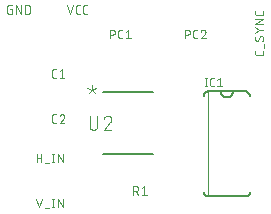
<source format=gto>
G04 EAGLE Gerber RS-274X export*
G75*
%MOMM*%
%FSLAX34Y34*%
%LPD*%
%INTop Silkscreen*%
%IPPOS*%
%AMOC8*
5,1,8,0,0,1.08239X$1,22.5*%
G01*
%ADD10C,0.076200*%
%ADD11C,0.152400*%
%ADD12C,0.050800*%


D10*
X43481Y119253D02*
X41845Y119253D01*
X41767Y119255D01*
X41689Y119260D01*
X41612Y119270D01*
X41535Y119283D01*
X41459Y119299D01*
X41384Y119319D01*
X41310Y119343D01*
X41237Y119370D01*
X41165Y119401D01*
X41095Y119435D01*
X41027Y119472D01*
X40960Y119513D01*
X40895Y119557D01*
X40833Y119603D01*
X40773Y119653D01*
X40715Y119705D01*
X40660Y119760D01*
X40608Y119818D01*
X40558Y119878D01*
X40512Y119940D01*
X40468Y120005D01*
X40427Y120072D01*
X40390Y120140D01*
X40356Y120210D01*
X40325Y120282D01*
X40298Y120355D01*
X40274Y120429D01*
X40254Y120504D01*
X40238Y120580D01*
X40225Y120657D01*
X40215Y120734D01*
X40210Y120812D01*
X40208Y120890D01*
X40208Y124982D01*
X40210Y125062D01*
X40216Y125142D01*
X40226Y125222D01*
X40239Y125301D01*
X40257Y125380D01*
X40278Y125457D01*
X40304Y125533D01*
X40333Y125608D01*
X40365Y125682D01*
X40401Y125754D01*
X40441Y125824D01*
X40484Y125891D01*
X40530Y125957D01*
X40580Y126020D01*
X40632Y126081D01*
X40687Y126140D01*
X40746Y126195D01*
X40806Y126247D01*
X40870Y126297D01*
X40936Y126343D01*
X41003Y126386D01*
X41073Y126426D01*
X41145Y126462D01*
X41219Y126494D01*
X41293Y126523D01*
X41370Y126549D01*
X41447Y126570D01*
X41526Y126588D01*
X41605Y126601D01*
X41685Y126611D01*
X41765Y126617D01*
X41845Y126619D01*
X43481Y126619D01*
X46327Y124982D02*
X48373Y126619D01*
X48373Y119253D01*
X46327Y119253D02*
X50419Y119253D01*
X43481Y81153D02*
X41845Y81153D01*
X41767Y81155D01*
X41689Y81160D01*
X41612Y81170D01*
X41535Y81183D01*
X41459Y81199D01*
X41384Y81219D01*
X41310Y81243D01*
X41237Y81270D01*
X41165Y81301D01*
X41095Y81335D01*
X41027Y81372D01*
X40960Y81413D01*
X40895Y81457D01*
X40833Y81503D01*
X40773Y81553D01*
X40715Y81605D01*
X40660Y81660D01*
X40608Y81718D01*
X40558Y81778D01*
X40512Y81840D01*
X40468Y81905D01*
X40427Y81972D01*
X40390Y82040D01*
X40356Y82110D01*
X40325Y82182D01*
X40298Y82255D01*
X40274Y82329D01*
X40254Y82404D01*
X40238Y82480D01*
X40225Y82557D01*
X40215Y82634D01*
X40210Y82712D01*
X40208Y82790D01*
X40208Y86882D01*
X40210Y86962D01*
X40216Y87042D01*
X40226Y87122D01*
X40239Y87201D01*
X40257Y87280D01*
X40278Y87357D01*
X40304Y87433D01*
X40333Y87508D01*
X40365Y87582D01*
X40401Y87654D01*
X40441Y87724D01*
X40484Y87791D01*
X40530Y87857D01*
X40580Y87920D01*
X40632Y87981D01*
X40687Y88040D01*
X40746Y88095D01*
X40806Y88147D01*
X40870Y88197D01*
X40936Y88243D01*
X41003Y88286D01*
X41073Y88326D01*
X41145Y88362D01*
X41219Y88394D01*
X41293Y88423D01*
X41370Y88449D01*
X41447Y88470D01*
X41526Y88488D01*
X41605Y88501D01*
X41685Y88511D01*
X41765Y88517D01*
X41845Y88519D01*
X43481Y88519D01*
X48578Y88520D02*
X48663Y88518D01*
X48748Y88512D01*
X48832Y88502D01*
X48916Y88489D01*
X49000Y88471D01*
X49082Y88450D01*
X49163Y88425D01*
X49243Y88396D01*
X49322Y88363D01*
X49399Y88327D01*
X49474Y88287D01*
X49548Y88244D01*
X49619Y88198D01*
X49688Y88148D01*
X49755Y88095D01*
X49819Y88039D01*
X49880Y87980D01*
X49939Y87919D01*
X49995Y87855D01*
X50048Y87788D01*
X50098Y87719D01*
X50144Y87648D01*
X50187Y87574D01*
X50227Y87499D01*
X50263Y87422D01*
X50296Y87343D01*
X50325Y87263D01*
X50350Y87182D01*
X50371Y87100D01*
X50389Y87016D01*
X50402Y86932D01*
X50412Y86848D01*
X50418Y86763D01*
X50420Y86678D01*
X48578Y88519D02*
X48482Y88517D01*
X48386Y88511D01*
X48291Y88501D01*
X48196Y88488D01*
X48101Y88470D01*
X48008Y88449D01*
X47915Y88424D01*
X47824Y88395D01*
X47733Y88363D01*
X47644Y88327D01*
X47557Y88287D01*
X47471Y88244D01*
X47387Y88198D01*
X47305Y88148D01*
X47225Y88094D01*
X47148Y88038D01*
X47073Y87978D01*
X47000Y87916D01*
X46930Y87850D01*
X46862Y87782D01*
X46797Y87711D01*
X46736Y87638D01*
X46677Y87562D01*
X46621Y87483D01*
X46569Y87403D01*
X46520Y87320D01*
X46474Y87236D01*
X46432Y87150D01*
X46394Y87062D01*
X46359Y86973D01*
X46327Y86882D01*
X49805Y85246D02*
X49865Y85305D01*
X49922Y85367D01*
X49977Y85431D01*
X50028Y85498D01*
X50077Y85567D01*
X50123Y85637D01*
X50166Y85710D01*
X50206Y85784D01*
X50242Y85860D01*
X50275Y85938D01*
X50305Y86017D01*
X50332Y86097D01*
X50355Y86178D01*
X50374Y86260D01*
X50390Y86342D01*
X50403Y86426D01*
X50412Y86510D01*
X50417Y86594D01*
X50419Y86678D01*
X49805Y85245D02*
X46327Y81153D01*
X50419Y81153D01*
X218947Y140489D02*
X218947Y142125D01*
X218947Y140489D02*
X218945Y140411D01*
X218940Y140333D01*
X218930Y140256D01*
X218917Y140179D01*
X218901Y140103D01*
X218881Y140028D01*
X218857Y139954D01*
X218830Y139881D01*
X218799Y139809D01*
X218765Y139739D01*
X218728Y139671D01*
X218687Y139604D01*
X218643Y139539D01*
X218597Y139477D01*
X218547Y139417D01*
X218495Y139359D01*
X218440Y139304D01*
X218382Y139252D01*
X218322Y139202D01*
X218260Y139156D01*
X218195Y139112D01*
X218129Y139071D01*
X218060Y139034D01*
X217990Y139000D01*
X217918Y138969D01*
X217845Y138942D01*
X217771Y138918D01*
X217696Y138898D01*
X217620Y138882D01*
X217543Y138869D01*
X217466Y138859D01*
X217388Y138854D01*
X217310Y138852D01*
X213218Y138852D01*
X213138Y138854D01*
X213058Y138860D01*
X212978Y138870D01*
X212899Y138883D01*
X212820Y138901D01*
X212743Y138922D01*
X212667Y138948D01*
X212592Y138977D01*
X212518Y139009D01*
X212446Y139045D01*
X212376Y139085D01*
X212309Y139128D01*
X212243Y139174D01*
X212180Y139224D01*
X212119Y139276D01*
X212060Y139331D01*
X212005Y139390D01*
X211953Y139450D01*
X211903Y139514D01*
X211857Y139579D01*
X211814Y139647D01*
X211774Y139717D01*
X211738Y139789D01*
X211706Y139863D01*
X211677Y139937D01*
X211652Y140014D01*
X211630Y140091D01*
X211612Y140170D01*
X211599Y140249D01*
X211589Y140328D01*
X211583Y140409D01*
X211581Y140489D01*
X211581Y142125D01*
X219765Y144648D02*
X219765Y147922D01*
X218947Y153034D02*
X218945Y153112D01*
X218940Y153190D01*
X218930Y153267D01*
X218917Y153344D01*
X218901Y153420D01*
X218881Y153495D01*
X218857Y153569D01*
X218830Y153642D01*
X218799Y153714D01*
X218765Y153784D01*
X218728Y153853D01*
X218687Y153919D01*
X218643Y153984D01*
X218597Y154046D01*
X218547Y154106D01*
X218495Y154164D01*
X218440Y154219D01*
X218382Y154271D01*
X218322Y154321D01*
X218260Y154367D01*
X218195Y154411D01*
X218129Y154452D01*
X218060Y154489D01*
X217990Y154523D01*
X217918Y154554D01*
X217845Y154581D01*
X217771Y154605D01*
X217696Y154625D01*
X217620Y154641D01*
X217543Y154654D01*
X217466Y154664D01*
X217388Y154669D01*
X217310Y154671D01*
X218947Y153034D02*
X218945Y152920D01*
X218940Y152807D01*
X218930Y152693D01*
X218917Y152580D01*
X218900Y152468D01*
X218880Y152356D01*
X218856Y152245D01*
X218828Y152134D01*
X218797Y152025D01*
X218762Y151917D01*
X218723Y151810D01*
X218681Y151704D01*
X218636Y151600D01*
X218587Y151497D01*
X218534Y151396D01*
X218479Y151297D01*
X218420Y151199D01*
X218358Y151104D01*
X218293Y151011D01*
X218225Y150919D01*
X218154Y150831D01*
X218080Y150744D01*
X218003Y150660D01*
X217924Y150579D01*
X213218Y150783D02*
X213140Y150785D01*
X213062Y150790D01*
X212985Y150800D01*
X212908Y150813D01*
X212832Y150829D01*
X212757Y150849D01*
X212683Y150873D01*
X212610Y150900D01*
X212538Y150931D01*
X212468Y150965D01*
X212400Y151002D01*
X212333Y151043D01*
X212268Y151087D01*
X212206Y151133D01*
X212146Y151183D01*
X212088Y151235D01*
X212033Y151290D01*
X211981Y151348D01*
X211931Y151408D01*
X211885Y151470D01*
X211841Y151535D01*
X211800Y151602D01*
X211763Y151670D01*
X211729Y151740D01*
X211698Y151812D01*
X211671Y151885D01*
X211647Y151959D01*
X211627Y152034D01*
X211611Y152110D01*
X211598Y152187D01*
X211588Y152264D01*
X211583Y152342D01*
X211581Y152420D01*
X211583Y152530D01*
X211589Y152639D01*
X211599Y152749D01*
X211612Y152857D01*
X211630Y152966D01*
X211651Y153073D01*
X211677Y153180D01*
X211706Y153286D01*
X211738Y153391D01*
X211775Y153494D01*
X211815Y153596D01*
X211859Y153697D01*
X211907Y153796D01*
X211957Y153893D01*
X212012Y153988D01*
X212070Y154081D01*
X212131Y154172D01*
X212195Y154261D01*
X214650Y151602D02*
X214608Y151536D01*
X214564Y151471D01*
X214516Y151409D01*
X214466Y151349D01*
X214413Y151291D01*
X214357Y151236D01*
X214299Y151183D01*
X214238Y151134D01*
X214175Y151087D01*
X214110Y151043D01*
X214043Y151003D01*
X213974Y150966D01*
X213903Y150932D01*
X213831Y150901D01*
X213757Y150874D01*
X213682Y150850D01*
X213607Y150830D01*
X213530Y150814D01*
X213453Y150801D01*
X213375Y150791D01*
X213296Y150786D01*
X213218Y150784D01*
X215877Y153853D02*
X215919Y153920D01*
X215963Y153985D01*
X216011Y154047D01*
X216061Y154107D01*
X216114Y154165D01*
X216170Y154220D01*
X216229Y154272D01*
X216289Y154322D01*
X216353Y154369D01*
X216418Y154412D01*
X216485Y154453D01*
X216554Y154490D01*
X216625Y154524D01*
X216697Y154555D01*
X216771Y154582D01*
X216845Y154606D01*
X216921Y154626D01*
X216998Y154642D01*
X217075Y154655D01*
X217153Y154665D01*
X217232Y154670D01*
X217310Y154672D01*
X215878Y153853D02*
X214650Y151602D01*
X211581Y157241D02*
X215059Y159696D01*
X211581Y162152D01*
X215059Y159696D02*
X218947Y159696D01*
X218947Y165209D02*
X211581Y165209D01*
X218947Y169302D01*
X211581Y169302D01*
X218947Y174382D02*
X218947Y176019D01*
X218947Y174382D02*
X218945Y174304D01*
X218940Y174226D01*
X218930Y174149D01*
X218917Y174072D01*
X218901Y173996D01*
X218881Y173921D01*
X218857Y173847D01*
X218830Y173774D01*
X218799Y173702D01*
X218765Y173632D01*
X218728Y173564D01*
X218687Y173497D01*
X218643Y173432D01*
X218597Y173370D01*
X218547Y173310D01*
X218495Y173252D01*
X218440Y173197D01*
X218382Y173145D01*
X218322Y173095D01*
X218260Y173049D01*
X218195Y173005D01*
X218129Y172964D01*
X218060Y172927D01*
X217990Y172893D01*
X217918Y172862D01*
X217845Y172835D01*
X217771Y172811D01*
X217696Y172791D01*
X217620Y172775D01*
X217543Y172762D01*
X217466Y172752D01*
X217388Y172747D01*
X217310Y172745D01*
X213218Y172745D01*
X213138Y172747D01*
X213058Y172753D01*
X212978Y172763D01*
X212899Y172776D01*
X212820Y172794D01*
X212743Y172815D01*
X212667Y172841D01*
X212592Y172870D01*
X212518Y172902D01*
X212446Y172938D01*
X212376Y172978D01*
X212309Y173021D01*
X212243Y173067D01*
X212180Y173117D01*
X212119Y173169D01*
X212060Y173224D01*
X212005Y173283D01*
X211953Y173343D01*
X211903Y173407D01*
X211857Y173472D01*
X211814Y173540D01*
X211774Y173610D01*
X211738Y173682D01*
X211706Y173756D01*
X211677Y173830D01*
X211652Y173907D01*
X211630Y173984D01*
X211612Y174063D01*
X211599Y174142D01*
X211589Y174221D01*
X211583Y174302D01*
X211581Y174382D01*
X211581Y176019D01*
X5873Y177573D02*
X4646Y177573D01*
X5873Y177573D02*
X5873Y173481D01*
X3418Y173481D01*
X3340Y173483D01*
X3262Y173488D01*
X3185Y173498D01*
X3108Y173511D01*
X3032Y173527D01*
X2957Y173547D01*
X2883Y173571D01*
X2810Y173598D01*
X2738Y173629D01*
X2668Y173663D01*
X2599Y173700D01*
X2533Y173741D01*
X2468Y173785D01*
X2406Y173831D01*
X2346Y173881D01*
X2288Y173933D01*
X2233Y173988D01*
X2181Y174046D01*
X2131Y174106D01*
X2085Y174168D01*
X2041Y174233D01*
X2000Y174300D01*
X1963Y174368D01*
X1929Y174438D01*
X1898Y174510D01*
X1871Y174583D01*
X1847Y174657D01*
X1827Y174732D01*
X1811Y174808D01*
X1798Y174885D01*
X1788Y174962D01*
X1783Y175040D01*
X1781Y175118D01*
X1781Y179210D01*
X1783Y179290D01*
X1789Y179370D01*
X1799Y179450D01*
X1812Y179529D01*
X1830Y179608D01*
X1851Y179685D01*
X1877Y179761D01*
X1906Y179836D01*
X1938Y179910D01*
X1974Y179982D01*
X2014Y180052D01*
X2057Y180119D01*
X2103Y180185D01*
X2153Y180248D01*
X2205Y180309D01*
X2260Y180368D01*
X2319Y180423D01*
X2379Y180475D01*
X2443Y180525D01*
X2509Y180571D01*
X2576Y180614D01*
X2646Y180654D01*
X2718Y180690D01*
X2792Y180722D01*
X2866Y180751D01*
X2943Y180777D01*
X3020Y180798D01*
X3099Y180816D01*
X3178Y180829D01*
X3258Y180839D01*
X3338Y180845D01*
X3418Y180847D01*
X5873Y180847D01*
X9584Y180847D02*
X9584Y173481D01*
X13676Y173481D02*
X9584Y180847D01*
X13676Y180847D02*
X13676Y173481D01*
X17387Y173481D02*
X17387Y180847D01*
X19433Y180847D01*
X19522Y180845D01*
X19611Y180839D01*
X19700Y180829D01*
X19788Y180816D01*
X19876Y180799D01*
X19963Y180777D01*
X20048Y180752D01*
X20133Y180724D01*
X20216Y180691D01*
X20298Y180655D01*
X20378Y180616D01*
X20456Y180573D01*
X20532Y180527D01*
X20607Y180477D01*
X20679Y180424D01*
X20748Y180368D01*
X20815Y180309D01*
X20880Y180248D01*
X20941Y180183D01*
X21000Y180116D01*
X21056Y180047D01*
X21109Y179975D01*
X21159Y179900D01*
X21205Y179824D01*
X21248Y179746D01*
X21287Y179666D01*
X21323Y179584D01*
X21356Y179501D01*
X21384Y179416D01*
X21409Y179331D01*
X21431Y179244D01*
X21448Y179156D01*
X21461Y179068D01*
X21471Y178979D01*
X21477Y178890D01*
X21479Y178801D01*
X21479Y175527D01*
X21477Y175438D01*
X21471Y175349D01*
X21461Y175260D01*
X21448Y175172D01*
X21431Y175084D01*
X21409Y174997D01*
X21384Y174912D01*
X21356Y174827D01*
X21323Y174744D01*
X21287Y174662D01*
X21248Y174582D01*
X21205Y174504D01*
X21159Y174428D01*
X21109Y174353D01*
X21056Y174281D01*
X21000Y174212D01*
X20941Y174145D01*
X20880Y174080D01*
X20815Y174019D01*
X20748Y173960D01*
X20679Y173904D01*
X20607Y173851D01*
X20532Y173801D01*
X20456Y173755D01*
X20378Y173712D01*
X20298Y173673D01*
X20216Y173637D01*
X20133Y173604D01*
X20048Y173576D01*
X19963Y173551D01*
X19876Y173529D01*
X19788Y173512D01*
X19700Y173499D01*
X19611Y173489D01*
X19522Y173483D01*
X19433Y173481D01*
X17387Y173481D01*
X26883Y55119D02*
X26883Y47753D01*
X26883Y51845D02*
X30975Y51845D01*
X30975Y55119D02*
X30975Y47753D01*
X34119Y46935D02*
X37393Y46935D01*
X40877Y47753D02*
X40877Y55119D01*
X40058Y47753D02*
X41695Y47753D01*
X41695Y55119D02*
X40058Y55119D01*
X44927Y55119D02*
X44927Y47753D01*
X49019Y47753D02*
X44927Y55119D01*
X49019Y55119D02*
X49019Y47753D01*
D11*
X168402Y22860D02*
X168404Y22738D01*
X168410Y22616D01*
X168420Y22494D01*
X168433Y22373D01*
X168451Y22252D01*
X168472Y22132D01*
X168498Y22012D01*
X168527Y21894D01*
X168559Y21776D01*
X168596Y21659D01*
X168636Y21544D01*
X168680Y21430D01*
X168728Y21318D01*
X168779Y21207D01*
X168834Y21098D01*
X168892Y20990D01*
X168954Y20885D01*
X169019Y20782D01*
X169087Y20680D01*
X169159Y20581D01*
X169233Y20485D01*
X169311Y20390D01*
X169392Y20299D01*
X169475Y20209D01*
X169561Y20123D01*
X169651Y20040D01*
X169742Y19959D01*
X169837Y19881D01*
X169933Y19807D01*
X170032Y19735D01*
X170134Y19667D01*
X170237Y19602D01*
X170342Y19540D01*
X170450Y19482D01*
X170559Y19427D01*
X170670Y19376D01*
X170782Y19328D01*
X170896Y19284D01*
X171011Y19244D01*
X171128Y19207D01*
X171246Y19175D01*
X171364Y19146D01*
X171484Y19120D01*
X171604Y19099D01*
X171725Y19081D01*
X171846Y19068D01*
X171968Y19058D01*
X172090Y19052D01*
X172212Y19050D01*
X207518Y104140D02*
X207516Y104262D01*
X207510Y104384D01*
X207500Y104506D01*
X207487Y104627D01*
X207469Y104748D01*
X207448Y104868D01*
X207422Y104988D01*
X207393Y105106D01*
X207361Y105224D01*
X207324Y105341D01*
X207284Y105456D01*
X207240Y105570D01*
X207192Y105682D01*
X207141Y105793D01*
X207086Y105902D01*
X207028Y106010D01*
X206966Y106115D01*
X206901Y106218D01*
X206833Y106320D01*
X206761Y106419D01*
X206687Y106515D01*
X206609Y106610D01*
X206528Y106701D01*
X206445Y106791D01*
X206359Y106877D01*
X206269Y106960D01*
X206178Y107041D01*
X206083Y107119D01*
X205987Y107193D01*
X205888Y107265D01*
X205786Y107333D01*
X205683Y107398D01*
X205578Y107460D01*
X205470Y107518D01*
X205361Y107573D01*
X205250Y107624D01*
X205138Y107672D01*
X205024Y107716D01*
X204909Y107756D01*
X204792Y107793D01*
X204674Y107825D01*
X204556Y107854D01*
X204436Y107880D01*
X204316Y107901D01*
X204195Y107919D01*
X204074Y107932D01*
X203952Y107942D01*
X203830Y107948D01*
X203708Y107950D01*
X207518Y22860D02*
X207516Y22738D01*
X207510Y22616D01*
X207500Y22494D01*
X207487Y22373D01*
X207469Y22252D01*
X207448Y22132D01*
X207422Y22012D01*
X207393Y21894D01*
X207361Y21776D01*
X207324Y21659D01*
X207284Y21544D01*
X207240Y21430D01*
X207192Y21318D01*
X207141Y21207D01*
X207086Y21098D01*
X207028Y20990D01*
X206966Y20885D01*
X206901Y20782D01*
X206833Y20680D01*
X206761Y20581D01*
X206687Y20485D01*
X206609Y20390D01*
X206528Y20299D01*
X206445Y20209D01*
X206359Y20123D01*
X206269Y20040D01*
X206178Y19959D01*
X206083Y19881D01*
X205987Y19807D01*
X205888Y19735D01*
X205786Y19667D01*
X205683Y19602D01*
X205578Y19540D01*
X205470Y19482D01*
X205361Y19427D01*
X205250Y19376D01*
X205138Y19328D01*
X205024Y19284D01*
X204909Y19244D01*
X204792Y19207D01*
X204674Y19175D01*
X204556Y19146D01*
X204436Y19120D01*
X204316Y19099D01*
X204195Y19081D01*
X204074Y19068D01*
X203952Y19058D01*
X203830Y19052D01*
X203708Y19050D01*
X168402Y104140D02*
X168404Y104262D01*
X168410Y104384D01*
X168420Y104506D01*
X168433Y104627D01*
X168451Y104748D01*
X168472Y104868D01*
X168498Y104988D01*
X168527Y105106D01*
X168559Y105224D01*
X168596Y105341D01*
X168636Y105456D01*
X168680Y105570D01*
X168728Y105682D01*
X168779Y105793D01*
X168834Y105902D01*
X168892Y106010D01*
X168954Y106115D01*
X169019Y106218D01*
X169087Y106320D01*
X169159Y106419D01*
X169233Y106515D01*
X169311Y106610D01*
X169392Y106701D01*
X169475Y106791D01*
X169561Y106877D01*
X169651Y106960D01*
X169742Y107041D01*
X169837Y107119D01*
X169933Y107193D01*
X170032Y107265D01*
X170134Y107333D01*
X170237Y107398D01*
X170342Y107460D01*
X170450Y107518D01*
X170559Y107573D01*
X170670Y107624D01*
X170782Y107672D01*
X170896Y107716D01*
X171011Y107756D01*
X171128Y107793D01*
X171246Y107825D01*
X171364Y107854D01*
X171484Y107880D01*
X171604Y107901D01*
X171725Y107919D01*
X171846Y107932D01*
X171968Y107942D01*
X172090Y107948D01*
X172212Y107950D01*
X172212Y19050D02*
X203708Y19050D01*
X203708Y107950D02*
X193040Y107950D01*
X182880Y107950D01*
X172212Y107950D01*
X182880Y107950D02*
X182882Y107809D01*
X182888Y107668D01*
X182898Y107527D01*
X182911Y107386D01*
X182929Y107246D01*
X182951Y107107D01*
X182976Y106968D01*
X183005Y106829D01*
X183038Y106692D01*
X183075Y106556D01*
X183116Y106421D01*
X183160Y106286D01*
X183208Y106154D01*
X183260Y106022D01*
X183315Y105892D01*
X183374Y105764D01*
X183437Y105637D01*
X183503Y105513D01*
X183572Y105390D01*
X183645Y105269D01*
X183721Y105150D01*
X183801Y105033D01*
X183884Y104919D01*
X183969Y104806D01*
X184058Y104697D01*
X184150Y104589D01*
X184245Y104485D01*
X184343Y104383D01*
X184444Y104284D01*
X184547Y104187D01*
X184653Y104094D01*
X184761Y104004D01*
X184872Y103916D01*
X184985Y103832D01*
X185101Y103751D01*
X185219Y103673D01*
X185339Y103598D01*
X185461Y103527D01*
X185585Y103459D01*
X185711Y103395D01*
X185838Y103334D01*
X185967Y103277D01*
X186098Y103224D01*
X186230Y103174D01*
X186363Y103127D01*
X186498Y103085D01*
X186634Y103046D01*
X186771Y103011D01*
X186908Y102980D01*
X187047Y102953D01*
X187186Y102929D01*
X187326Y102910D01*
X187466Y102894D01*
X187607Y102882D01*
X187748Y102874D01*
X187889Y102870D01*
X188031Y102870D01*
X188172Y102874D01*
X188313Y102882D01*
X188454Y102894D01*
X188594Y102910D01*
X188734Y102929D01*
X188873Y102953D01*
X189012Y102980D01*
X189149Y103011D01*
X189286Y103046D01*
X189422Y103085D01*
X189557Y103127D01*
X189690Y103174D01*
X189822Y103224D01*
X189953Y103277D01*
X190082Y103334D01*
X190209Y103395D01*
X190335Y103459D01*
X190459Y103527D01*
X190581Y103598D01*
X190701Y103673D01*
X190819Y103751D01*
X190935Y103832D01*
X191048Y103916D01*
X191159Y104004D01*
X191267Y104094D01*
X191373Y104187D01*
X191476Y104284D01*
X191577Y104383D01*
X191675Y104485D01*
X191770Y104589D01*
X191862Y104697D01*
X191951Y104806D01*
X192036Y104919D01*
X192119Y105033D01*
X192199Y105150D01*
X192275Y105269D01*
X192348Y105390D01*
X192417Y105513D01*
X192483Y105637D01*
X192546Y105764D01*
X192605Y105892D01*
X192660Y106022D01*
X192712Y106154D01*
X192760Y106286D01*
X192804Y106421D01*
X192845Y106556D01*
X192882Y106692D01*
X192915Y106829D01*
X192944Y106968D01*
X192969Y107107D01*
X192991Y107246D01*
X193009Y107386D01*
X193022Y107527D01*
X193032Y107668D01*
X193038Y107809D01*
X193040Y107950D01*
D12*
X171958Y107950D02*
X171958Y19050D01*
D10*
X170109Y112141D02*
X170109Y119507D01*
X169291Y112141D02*
X170928Y112141D01*
X170928Y119507D02*
X169291Y119507D01*
X175529Y112141D02*
X177166Y112141D01*
X175529Y112141D02*
X175451Y112143D01*
X175373Y112148D01*
X175296Y112158D01*
X175219Y112171D01*
X175143Y112187D01*
X175068Y112207D01*
X174994Y112231D01*
X174921Y112258D01*
X174849Y112289D01*
X174779Y112323D01*
X174711Y112360D01*
X174644Y112401D01*
X174579Y112445D01*
X174517Y112491D01*
X174457Y112541D01*
X174399Y112593D01*
X174344Y112648D01*
X174292Y112706D01*
X174242Y112766D01*
X174196Y112828D01*
X174152Y112893D01*
X174111Y112960D01*
X174074Y113028D01*
X174040Y113098D01*
X174009Y113170D01*
X173982Y113243D01*
X173958Y113317D01*
X173938Y113392D01*
X173922Y113468D01*
X173909Y113545D01*
X173899Y113622D01*
X173894Y113700D01*
X173892Y113778D01*
X173892Y117870D01*
X173894Y117950D01*
X173900Y118030D01*
X173910Y118110D01*
X173923Y118189D01*
X173941Y118268D01*
X173962Y118345D01*
X173988Y118421D01*
X174017Y118496D01*
X174049Y118570D01*
X174085Y118642D01*
X174125Y118712D01*
X174168Y118779D01*
X174214Y118845D01*
X174264Y118908D01*
X174316Y118969D01*
X174371Y119028D01*
X174430Y119083D01*
X174490Y119135D01*
X174554Y119185D01*
X174620Y119231D01*
X174687Y119274D01*
X174757Y119314D01*
X174829Y119350D01*
X174903Y119382D01*
X174977Y119411D01*
X175054Y119437D01*
X175131Y119458D01*
X175210Y119476D01*
X175289Y119489D01*
X175369Y119499D01*
X175449Y119505D01*
X175529Y119507D01*
X177166Y119507D01*
X180011Y117870D02*
X182058Y119507D01*
X182058Y112141D01*
X184104Y112141D02*
X180011Y112141D01*
X89281Y152781D02*
X89281Y160147D01*
X91327Y160147D01*
X91416Y160145D01*
X91505Y160139D01*
X91594Y160129D01*
X91682Y160116D01*
X91770Y160099D01*
X91857Y160077D01*
X91942Y160052D01*
X92027Y160024D01*
X92110Y159991D01*
X92192Y159955D01*
X92272Y159916D01*
X92350Y159873D01*
X92426Y159827D01*
X92501Y159777D01*
X92573Y159724D01*
X92642Y159668D01*
X92709Y159609D01*
X92774Y159548D01*
X92835Y159483D01*
X92894Y159416D01*
X92950Y159347D01*
X93003Y159275D01*
X93053Y159200D01*
X93099Y159124D01*
X93142Y159046D01*
X93181Y158966D01*
X93217Y158884D01*
X93250Y158801D01*
X93278Y158716D01*
X93303Y158631D01*
X93325Y158544D01*
X93342Y158456D01*
X93355Y158368D01*
X93365Y158279D01*
X93371Y158190D01*
X93373Y158101D01*
X93371Y158012D01*
X93365Y157923D01*
X93355Y157834D01*
X93342Y157746D01*
X93325Y157658D01*
X93303Y157571D01*
X93278Y157486D01*
X93250Y157401D01*
X93217Y157318D01*
X93181Y157236D01*
X93142Y157156D01*
X93099Y157078D01*
X93053Y157002D01*
X93003Y156927D01*
X92950Y156855D01*
X92894Y156786D01*
X92835Y156719D01*
X92774Y156654D01*
X92709Y156593D01*
X92642Y156534D01*
X92573Y156478D01*
X92501Y156425D01*
X92426Y156375D01*
X92350Y156329D01*
X92272Y156286D01*
X92192Y156247D01*
X92110Y156211D01*
X92027Y156178D01*
X91942Y156150D01*
X91857Y156125D01*
X91770Y156103D01*
X91682Y156086D01*
X91594Y156073D01*
X91505Y156063D01*
X91416Y156057D01*
X91327Y156055D01*
X89281Y156055D01*
X97848Y152781D02*
X99485Y152781D01*
X97848Y152781D02*
X97770Y152783D01*
X97692Y152788D01*
X97615Y152798D01*
X97538Y152811D01*
X97462Y152827D01*
X97387Y152847D01*
X97313Y152871D01*
X97240Y152898D01*
X97168Y152929D01*
X97098Y152963D01*
X97030Y153000D01*
X96963Y153041D01*
X96898Y153085D01*
X96836Y153131D01*
X96776Y153181D01*
X96718Y153233D01*
X96663Y153288D01*
X96611Y153346D01*
X96561Y153406D01*
X96515Y153468D01*
X96471Y153533D01*
X96430Y153600D01*
X96393Y153668D01*
X96359Y153738D01*
X96328Y153810D01*
X96301Y153883D01*
X96277Y153957D01*
X96257Y154032D01*
X96241Y154108D01*
X96228Y154185D01*
X96218Y154262D01*
X96213Y154340D01*
X96211Y154418D01*
X96212Y154418D02*
X96212Y158510D01*
X96214Y158590D01*
X96220Y158670D01*
X96230Y158750D01*
X96243Y158829D01*
X96261Y158908D01*
X96282Y158985D01*
X96308Y159061D01*
X96337Y159136D01*
X96369Y159210D01*
X96405Y159282D01*
X96445Y159352D01*
X96488Y159419D01*
X96534Y159485D01*
X96584Y159548D01*
X96636Y159609D01*
X96691Y159668D01*
X96750Y159723D01*
X96810Y159775D01*
X96874Y159825D01*
X96940Y159871D01*
X97007Y159914D01*
X97077Y159954D01*
X97149Y159990D01*
X97223Y160022D01*
X97297Y160051D01*
X97374Y160077D01*
X97451Y160098D01*
X97530Y160116D01*
X97609Y160129D01*
X97689Y160139D01*
X97769Y160145D01*
X97849Y160147D01*
X97848Y160147D02*
X99485Y160147D01*
X102331Y158510D02*
X104377Y160147D01*
X104377Y152781D01*
X102331Y152781D02*
X106423Y152781D01*
X152781Y152781D02*
X152781Y160147D01*
X154827Y160147D01*
X154916Y160145D01*
X155005Y160139D01*
X155094Y160129D01*
X155182Y160116D01*
X155270Y160099D01*
X155357Y160077D01*
X155442Y160052D01*
X155527Y160024D01*
X155610Y159991D01*
X155692Y159955D01*
X155772Y159916D01*
X155850Y159873D01*
X155926Y159827D01*
X156001Y159777D01*
X156073Y159724D01*
X156142Y159668D01*
X156209Y159609D01*
X156274Y159548D01*
X156335Y159483D01*
X156394Y159416D01*
X156450Y159347D01*
X156503Y159275D01*
X156553Y159200D01*
X156599Y159124D01*
X156642Y159046D01*
X156681Y158966D01*
X156717Y158884D01*
X156750Y158801D01*
X156778Y158716D01*
X156803Y158631D01*
X156825Y158544D01*
X156842Y158456D01*
X156855Y158368D01*
X156865Y158279D01*
X156871Y158190D01*
X156873Y158101D01*
X156871Y158012D01*
X156865Y157923D01*
X156855Y157834D01*
X156842Y157746D01*
X156825Y157658D01*
X156803Y157571D01*
X156778Y157486D01*
X156750Y157401D01*
X156717Y157318D01*
X156681Y157236D01*
X156642Y157156D01*
X156599Y157078D01*
X156553Y157002D01*
X156503Y156927D01*
X156450Y156855D01*
X156394Y156786D01*
X156335Y156719D01*
X156274Y156654D01*
X156209Y156593D01*
X156142Y156534D01*
X156073Y156478D01*
X156001Y156425D01*
X155926Y156375D01*
X155850Y156329D01*
X155772Y156286D01*
X155692Y156247D01*
X155610Y156211D01*
X155527Y156178D01*
X155442Y156150D01*
X155357Y156125D01*
X155270Y156103D01*
X155182Y156086D01*
X155094Y156073D01*
X155005Y156063D01*
X154916Y156057D01*
X154827Y156055D01*
X152781Y156055D01*
X161348Y152781D02*
X162985Y152781D01*
X161348Y152781D02*
X161270Y152783D01*
X161192Y152788D01*
X161115Y152798D01*
X161038Y152811D01*
X160962Y152827D01*
X160887Y152847D01*
X160813Y152871D01*
X160740Y152898D01*
X160668Y152929D01*
X160598Y152963D01*
X160530Y153000D01*
X160463Y153041D01*
X160398Y153085D01*
X160336Y153131D01*
X160276Y153181D01*
X160218Y153233D01*
X160163Y153288D01*
X160111Y153346D01*
X160061Y153406D01*
X160015Y153468D01*
X159971Y153533D01*
X159930Y153600D01*
X159893Y153668D01*
X159859Y153738D01*
X159828Y153810D01*
X159801Y153883D01*
X159777Y153957D01*
X159757Y154032D01*
X159741Y154108D01*
X159728Y154185D01*
X159718Y154262D01*
X159713Y154340D01*
X159711Y154418D01*
X159712Y154418D02*
X159712Y158510D01*
X159714Y158590D01*
X159720Y158670D01*
X159730Y158750D01*
X159743Y158829D01*
X159761Y158908D01*
X159782Y158985D01*
X159808Y159061D01*
X159837Y159136D01*
X159869Y159210D01*
X159905Y159282D01*
X159945Y159352D01*
X159988Y159419D01*
X160034Y159485D01*
X160084Y159548D01*
X160136Y159609D01*
X160191Y159668D01*
X160250Y159723D01*
X160310Y159775D01*
X160374Y159825D01*
X160440Y159871D01*
X160507Y159914D01*
X160577Y159954D01*
X160649Y159990D01*
X160723Y160022D01*
X160797Y160051D01*
X160874Y160077D01*
X160951Y160098D01*
X161030Y160116D01*
X161109Y160129D01*
X161189Y160139D01*
X161269Y160145D01*
X161349Y160147D01*
X161348Y160147D02*
X162985Y160147D01*
X168081Y160148D02*
X168166Y160146D01*
X168251Y160140D01*
X168335Y160130D01*
X168419Y160117D01*
X168503Y160099D01*
X168585Y160078D01*
X168666Y160053D01*
X168746Y160024D01*
X168825Y159991D01*
X168902Y159955D01*
X168977Y159915D01*
X169051Y159872D01*
X169122Y159826D01*
X169191Y159776D01*
X169258Y159723D01*
X169322Y159667D01*
X169383Y159608D01*
X169442Y159547D01*
X169498Y159483D01*
X169551Y159416D01*
X169601Y159347D01*
X169647Y159276D01*
X169690Y159202D01*
X169730Y159127D01*
X169766Y159050D01*
X169799Y158971D01*
X169828Y158891D01*
X169853Y158810D01*
X169874Y158728D01*
X169892Y158644D01*
X169905Y158560D01*
X169915Y158476D01*
X169921Y158391D01*
X169923Y158306D01*
X168081Y160147D02*
X167985Y160145D01*
X167889Y160139D01*
X167794Y160129D01*
X167699Y160116D01*
X167604Y160098D01*
X167511Y160077D01*
X167418Y160052D01*
X167327Y160023D01*
X167236Y159991D01*
X167147Y159955D01*
X167060Y159915D01*
X166974Y159872D01*
X166890Y159826D01*
X166808Y159776D01*
X166728Y159722D01*
X166651Y159666D01*
X166576Y159606D01*
X166503Y159544D01*
X166433Y159478D01*
X166365Y159410D01*
X166300Y159339D01*
X166239Y159266D01*
X166180Y159190D01*
X166124Y159111D01*
X166072Y159031D01*
X166023Y158948D01*
X165977Y158864D01*
X165935Y158778D01*
X165897Y158690D01*
X165862Y158601D01*
X165830Y158510D01*
X169309Y156874D02*
X169369Y156933D01*
X169426Y156995D01*
X169481Y157059D01*
X169532Y157126D01*
X169581Y157195D01*
X169627Y157265D01*
X169670Y157338D01*
X169710Y157412D01*
X169746Y157488D01*
X169779Y157566D01*
X169809Y157645D01*
X169836Y157725D01*
X169859Y157806D01*
X169878Y157888D01*
X169894Y157970D01*
X169907Y158054D01*
X169916Y158138D01*
X169921Y158222D01*
X169923Y158306D01*
X169309Y156873D02*
X165831Y152781D01*
X169923Y152781D01*
X108913Y27559D02*
X108913Y20193D01*
X108913Y27559D02*
X110959Y27559D01*
X111048Y27557D01*
X111137Y27551D01*
X111226Y27541D01*
X111314Y27528D01*
X111402Y27511D01*
X111489Y27489D01*
X111574Y27464D01*
X111659Y27436D01*
X111742Y27403D01*
X111824Y27367D01*
X111904Y27328D01*
X111982Y27285D01*
X112058Y27239D01*
X112133Y27189D01*
X112205Y27136D01*
X112274Y27080D01*
X112341Y27021D01*
X112406Y26960D01*
X112467Y26895D01*
X112526Y26828D01*
X112582Y26759D01*
X112635Y26687D01*
X112685Y26612D01*
X112731Y26536D01*
X112774Y26458D01*
X112813Y26378D01*
X112849Y26296D01*
X112882Y26213D01*
X112910Y26128D01*
X112935Y26043D01*
X112957Y25956D01*
X112974Y25868D01*
X112987Y25780D01*
X112997Y25691D01*
X113003Y25602D01*
X113005Y25513D01*
X113003Y25424D01*
X112997Y25335D01*
X112987Y25246D01*
X112974Y25158D01*
X112957Y25070D01*
X112935Y24983D01*
X112910Y24898D01*
X112882Y24813D01*
X112849Y24730D01*
X112813Y24648D01*
X112774Y24568D01*
X112731Y24490D01*
X112685Y24414D01*
X112635Y24339D01*
X112582Y24267D01*
X112526Y24198D01*
X112467Y24131D01*
X112406Y24066D01*
X112341Y24005D01*
X112274Y23946D01*
X112205Y23890D01*
X112133Y23837D01*
X112058Y23787D01*
X111982Y23741D01*
X111904Y23698D01*
X111824Y23659D01*
X111742Y23623D01*
X111659Y23590D01*
X111574Y23562D01*
X111489Y23537D01*
X111402Y23515D01*
X111314Y23498D01*
X111226Y23485D01*
X111137Y23475D01*
X111048Y23469D01*
X110959Y23467D01*
X108913Y23467D01*
X111368Y23467D02*
X113005Y20193D01*
X116177Y25922D02*
X118223Y27559D01*
X118223Y20193D01*
X116177Y20193D02*
X120269Y20193D01*
X55036Y173481D02*
X52581Y180847D01*
X57492Y180847D02*
X55036Y173481D01*
X61919Y173481D02*
X63556Y173481D01*
X61919Y173481D02*
X61841Y173483D01*
X61763Y173488D01*
X61686Y173498D01*
X61609Y173511D01*
X61533Y173527D01*
X61458Y173547D01*
X61384Y173571D01*
X61311Y173598D01*
X61239Y173629D01*
X61169Y173663D01*
X61101Y173700D01*
X61034Y173741D01*
X60969Y173785D01*
X60907Y173831D01*
X60847Y173881D01*
X60789Y173933D01*
X60734Y173988D01*
X60682Y174046D01*
X60632Y174106D01*
X60586Y174168D01*
X60542Y174233D01*
X60501Y174300D01*
X60464Y174368D01*
X60430Y174438D01*
X60399Y174510D01*
X60372Y174583D01*
X60348Y174657D01*
X60328Y174732D01*
X60312Y174808D01*
X60299Y174885D01*
X60289Y174962D01*
X60284Y175040D01*
X60282Y175118D01*
X60282Y179210D01*
X60284Y179290D01*
X60290Y179370D01*
X60300Y179450D01*
X60313Y179529D01*
X60331Y179608D01*
X60352Y179685D01*
X60378Y179761D01*
X60407Y179836D01*
X60439Y179910D01*
X60475Y179982D01*
X60515Y180052D01*
X60558Y180119D01*
X60604Y180185D01*
X60654Y180248D01*
X60706Y180309D01*
X60761Y180368D01*
X60820Y180423D01*
X60880Y180475D01*
X60944Y180525D01*
X61010Y180571D01*
X61077Y180614D01*
X61147Y180654D01*
X61219Y180690D01*
X61293Y180722D01*
X61367Y180751D01*
X61444Y180777D01*
X61521Y180798D01*
X61600Y180816D01*
X61679Y180829D01*
X61759Y180839D01*
X61839Y180845D01*
X61919Y180847D01*
X63556Y180847D01*
X68015Y173481D02*
X69652Y173481D01*
X68015Y173481D02*
X67937Y173483D01*
X67859Y173488D01*
X67782Y173498D01*
X67705Y173511D01*
X67629Y173527D01*
X67554Y173547D01*
X67480Y173571D01*
X67407Y173598D01*
X67335Y173629D01*
X67265Y173663D01*
X67197Y173700D01*
X67130Y173741D01*
X67065Y173785D01*
X67003Y173831D01*
X66943Y173881D01*
X66885Y173933D01*
X66830Y173988D01*
X66778Y174046D01*
X66728Y174106D01*
X66682Y174168D01*
X66638Y174233D01*
X66597Y174300D01*
X66560Y174368D01*
X66526Y174438D01*
X66495Y174510D01*
X66468Y174583D01*
X66444Y174657D01*
X66424Y174732D01*
X66408Y174808D01*
X66395Y174885D01*
X66385Y174962D01*
X66380Y175040D01*
X66378Y175118D01*
X66378Y179210D01*
X66380Y179290D01*
X66386Y179370D01*
X66396Y179450D01*
X66409Y179529D01*
X66427Y179608D01*
X66448Y179685D01*
X66474Y179761D01*
X66503Y179836D01*
X66535Y179910D01*
X66571Y179982D01*
X66611Y180052D01*
X66654Y180119D01*
X66700Y180185D01*
X66750Y180248D01*
X66802Y180309D01*
X66857Y180368D01*
X66916Y180423D01*
X66976Y180475D01*
X67040Y180525D01*
X67106Y180571D01*
X67173Y180614D01*
X67243Y180654D01*
X67315Y180690D01*
X67389Y180722D01*
X67463Y180751D01*
X67540Y180777D01*
X67617Y180798D01*
X67696Y180816D01*
X67775Y180829D01*
X67855Y180839D01*
X67935Y180845D01*
X68015Y180847D01*
X69652Y180847D01*
X26717Y17019D02*
X29173Y9653D01*
X31628Y17019D01*
X34119Y8835D02*
X37393Y8835D01*
X40877Y9653D02*
X40877Y17019D01*
X40058Y9653D02*
X41695Y9653D01*
X41695Y17019D02*
X40058Y17019D01*
X44927Y17019D02*
X44927Y9653D01*
X49019Y9653D02*
X44927Y17019D01*
X49019Y17019D02*
X49019Y9653D01*
D11*
X82804Y54864D02*
X125476Y54864D01*
X125476Y107696D02*
X82804Y107696D01*
D10*
X73625Y109164D02*
X73625Y113143D01*
X73625Y109164D02*
X75946Y106179D01*
X73625Y109164D02*
X71303Y106179D01*
X73625Y109164D02*
X77272Y110490D01*
X73625Y109164D02*
X69977Y110490D01*
X71755Y87249D02*
X71755Y78627D01*
X71757Y78513D01*
X71763Y78398D01*
X71773Y78284D01*
X71787Y78171D01*
X71804Y78057D01*
X71826Y77945D01*
X71851Y77833D01*
X71881Y77723D01*
X71914Y77613D01*
X71951Y77505D01*
X71991Y77398D01*
X72036Y77292D01*
X72083Y77188D01*
X72135Y77086D01*
X72190Y76986D01*
X72248Y76887D01*
X72310Y76791D01*
X72375Y76696D01*
X72443Y76605D01*
X72515Y76515D01*
X72589Y76428D01*
X72666Y76344D01*
X72747Y76262D01*
X72830Y76183D01*
X72915Y76107D01*
X73004Y76034D01*
X73094Y75965D01*
X73187Y75898D01*
X73283Y75835D01*
X73380Y75775D01*
X73480Y75718D01*
X73581Y75665D01*
X73684Y75615D01*
X73789Y75569D01*
X73895Y75526D01*
X74003Y75488D01*
X74112Y75453D01*
X74222Y75422D01*
X74333Y75394D01*
X74445Y75371D01*
X74558Y75351D01*
X74671Y75335D01*
X74785Y75323D01*
X74899Y75315D01*
X75014Y75311D01*
X75128Y75311D01*
X75243Y75315D01*
X75357Y75323D01*
X75471Y75335D01*
X75584Y75351D01*
X75697Y75371D01*
X75809Y75394D01*
X75920Y75422D01*
X76030Y75453D01*
X76139Y75488D01*
X76247Y75526D01*
X76353Y75569D01*
X76458Y75615D01*
X76561Y75665D01*
X76662Y75718D01*
X76762Y75775D01*
X76859Y75835D01*
X76955Y75898D01*
X77048Y75965D01*
X77138Y76034D01*
X77227Y76107D01*
X77312Y76183D01*
X77395Y76262D01*
X77476Y76344D01*
X77553Y76428D01*
X77627Y76515D01*
X77699Y76605D01*
X77767Y76696D01*
X77832Y76791D01*
X77894Y76887D01*
X77952Y76986D01*
X78007Y77086D01*
X78059Y77188D01*
X78106Y77292D01*
X78151Y77398D01*
X78191Y77505D01*
X78228Y77613D01*
X78261Y77723D01*
X78291Y77833D01*
X78316Y77945D01*
X78338Y78057D01*
X78355Y78171D01*
X78369Y78284D01*
X78379Y78398D01*
X78385Y78513D01*
X78387Y78627D01*
X78387Y87249D01*
X87214Y87250D02*
X87321Y87248D01*
X87427Y87242D01*
X87533Y87233D01*
X87639Y87220D01*
X87744Y87203D01*
X87849Y87182D01*
X87952Y87157D01*
X88055Y87129D01*
X88157Y87097D01*
X88257Y87062D01*
X88356Y87023D01*
X88454Y86980D01*
X88550Y86934D01*
X88645Y86885D01*
X88737Y86832D01*
X88828Y86776D01*
X88916Y86717D01*
X89003Y86655D01*
X89087Y86589D01*
X89169Y86521D01*
X89248Y86450D01*
X89325Y86376D01*
X89399Y86299D01*
X89470Y86220D01*
X89538Y86138D01*
X89604Y86054D01*
X89666Y85967D01*
X89725Y85879D01*
X89781Y85788D01*
X89834Y85696D01*
X89883Y85601D01*
X89929Y85505D01*
X89972Y85407D01*
X90011Y85308D01*
X90046Y85208D01*
X90078Y85106D01*
X90106Y85003D01*
X90131Y84900D01*
X90152Y84795D01*
X90169Y84690D01*
X90182Y84584D01*
X90191Y84478D01*
X90197Y84372D01*
X90199Y84265D01*
X87214Y87249D02*
X87093Y87247D01*
X86973Y87241D01*
X86853Y87232D01*
X86733Y87219D01*
X86614Y87202D01*
X86495Y87181D01*
X86377Y87157D01*
X86260Y87128D01*
X86144Y87097D01*
X86028Y87061D01*
X85914Y87022D01*
X85802Y86979D01*
X85690Y86933D01*
X85580Y86884D01*
X85472Y86830D01*
X85366Y86774D01*
X85261Y86714D01*
X85158Y86651D01*
X85058Y86585D01*
X84959Y86516D01*
X84863Y86443D01*
X84769Y86368D01*
X84677Y86290D01*
X84588Y86208D01*
X84501Y86124D01*
X84418Y86038D01*
X84336Y85949D01*
X84258Y85857D01*
X84183Y85763D01*
X84111Y85666D01*
X84041Y85568D01*
X83975Y85467D01*
X83912Y85364D01*
X83853Y85259D01*
X83796Y85153D01*
X83743Y85044D01*
X83694Y84935D01*
X83648Y84823D01*
X83605Y84710D01*
X83567Y84596D01*
X89204Y81943D02*
X89284Y82023D01*
X89362Y82105D01*
X89436Y82189D01*
X89508Y82277D01*
X89576Y82367D01*
X89642Y82459D01*
X89704Y82553D01*
X89762Y82649D01*
X89817Y82748D01*
X89869Y82848D01*
X89917Y82950D01*
X89962Y83054D01*
X90002Y83159D01*
X90039Y83266D01*
X90073Y83374D01*
X90102Y83483D01*
X90128Y83593D01*
X90149Y83704D01*
X90167Y83815D01*
X90181Y83927D01*
X90191Y84039D01*
X90197Y84152D01*
X90199Y84265D01*
X89203Y81943D02*
X83566Y75311D01*
X90198Y75311D01*
M02*

</source>
